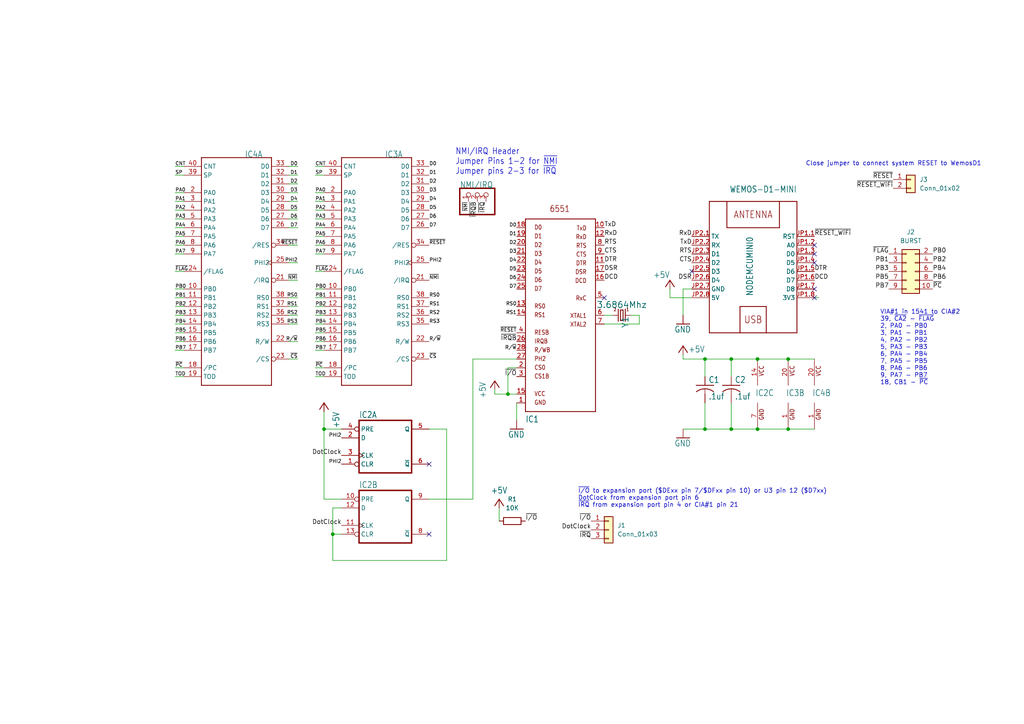
<source format=kicad_sch>
(kicad_sch (version 20211123) (generator eeschema)
  (paper "A4")
  (title_block (title "C128D Swift-L over CIA#2") (date "2022-12-13") (rev "B") (company "YTM Enterprises") (comment 1 "Maciej Witkowiak, <ytm@elysium.pl>"))
  (lib_symbols
    (symbol "Connector_Generic:Conn_01x02" (pin_names (offset 1.016) hide)
      (property "Reference" "J" (at 0 2.54 0))
      (property "Value" "Conn_01x02" (at 0 -5.08 0))
      (symbol "Conn_01x02_1_1"
        (rectangle (start -1.27 -2.413) (end 0 -2.667) (stroke (width 0.1524)))
        (rectangle (start -1.27 0.127) (end 0 -0.127) (stroke (width 0.1524)))
        (rectangle (start -1.27 1.27) (end 1.27 -3.81) (stroke (width 0.254)) (fill (type background)))
        (pin passive line (at -5.08 0 0) (length 3.81) (name "Pin_1") (number "1"))
        (pin passive line (at -5.08 -2.54 0) (length 3.81) (name "Pin_2") (number "2"))
      )
    )
    (symbol "Connector_Generic:Conn_01x03" (pin_names (offset 1.016) hide)
      (property "Reference" "J" (at 0 5.08 0))
      (property "Value" "Conn_01x03" (at 0 -5.08 0))
      (symbol "Conn_01x03_1_1"
        (rectangle (start -1.27 -2.413) (end 0 -2.667) (stroke (width 0.1524)))
        (rectangle (start -1.27 0.127) (end 0 -0.127) (stroke (width 0.1524)))
        (rectangle (start -1.27 2.667) (end 0 2.413) (stroke (width 0.1524)))
        (rectangle (start -1.27 3.81) (end 1.27 -3.81) (stroke (width 0.254)) (fill (type background)))
        (pin passive line (at -5.08 2.54 0) (length 3.81) (name "Pin_1") (number "1"))
        (pin passive line (at -5.08 0 0) (length 3.81) (name "Pin_2") (number "2"))
        (pin passive line (at -5.08 -2.54 0) (length 3.81) (name "Pin_3") (number "3"))
      )
    )
    (symbol "Connector_Generic:Conn_02x05_Odd_Even" (pin_names (offset 1.016) hide)
      (property "Reference" "J" (at 1.27 7.62 0))
      (property "Value" "Conn_02x05_Odd_Even" (at 1.27 -7.62 0))
      (symbol "Conn_02x05_Odd_Even_1_1"
        (rectangle (start -1.27 -4.953) (end 0 -5.207) (stroke (width 0.1524)))
        (rectangle (start -1.27 -2.413) (end 0 -2.667) (stroke (width 0.1524)))
        (rectangle (start -1.27 0.127) (end 0 -0.127) (stroke (width 0.1524)))
        (rectangle (start -1.27 2.667) (end 0 2.413) (stroke (width 0.1524)))
        (rectangle (start -1.27 5.207) (end 0 4.953) (stroke (width 0.1524)))
        (rectangle (start -1.27 6.35) (end 3.81 -6.35) (stroke (width 0.254)) (fill (type background)))
        (rectangle (start 3.81 -4.953) (end 2.54 -5.207) (stroke (width 0.1524)))
        (rectangle (start 3.81 -2.413) (end 2.54 -2.667) (stroke (width 0.1524)))
        (rectangle (start 3.81 0.127) (end 2.54 -0.127) (stroke (width 0.1524)))
        (rectangle (start 3.81 2.667) (end 2.54 2.413) (stroke (width 0.1524)))
        (rectangle (start 3.81 5.207) (end 2.54 4.953) (stroke (width 0.1524)))
        (pin passive line (at -5.08 5.08 0) (length 3.81) (name "Pin_1") (number "1"))
        (pin passive line (at 7.62 -5.08 180) (length 3.81) (name "Pin_10") (number "10"))
        (pin passive line (at 7.62 5.08 180) (length 3.81) (name "Pin_2") (number "2"))
        (pin passive line (at -5.08 2.54 0) (length 3.81) (name "Pin_3") (number "3"))
        (pin passive line (at 7.62 2.54 180) (length 3.81) (name "Pin_4") (number "4"))
        (pin passive line (at -5.08 0 0) (length 3.81) (name "Pin_5") (number "5"))
        (pin passive line (at 7.62 0 180) (length 3.81) (name "Pin_6") (number "6"))
        (pin passive line (at -5.08 -2.54 0) (length 3.81) (name "Pin_7") (number "7"))
        (pin passive line (at 7.62 -2.54 180) (length 3.81) (name "Pin_8") (number "8"))
        (pin passive line (at -5.08 -5.08 0) (length 3.81) (name "Pin_9") (number "9"))
      )
    )
    (symbol "Device:R" (pin_numbers hide) (pin_names (offset 0))
      (property "Reference" "R" (at 2.032 0 90))
      (property "Value" "R" (at 0 0 90))
      (symbol "R_0_1"
        (rectangle (start -1.016 -2.54) (end 1.016 2.54) (stroke (width 0.254)))
      )
      (symbol "R_1_1"
        (pin passive line (at 0 3.81 270) (length 1.27) (name "~") (number "1"))
        (pin passive line (at 0 -3.81 90) (length 1.27) (name "~") (number "2"))
      )
    )
    (symbol "Link232-wifi-eagle-import:+5V" (power)
      (property "Value" "+5V" (at -2.54 -5.08 90))
      (symbol "+5V_1_0"
        (polyline (pts (xy 0 0) (xy -1.27 -1.905)) (stroke (width 0.254)))
        (polyline (pts (xy 1.27 -1.905) (xy 0 0)) (stroke (width 0.254)))
        (pin power_in line (at 0 -2.54 90) (length 2.54) (name "+5V") (number "1"))
      )
    )
    (symbol "Link232-wifi-eagle-import:6526"
      (property "Reference" "IC" (at -0.635 -0.635 0))
      (symbol "6526_1_0"
        (polyline (pts (xy -10.16 -33.02) (xy -10.16 33.02)) (stroke (width 0.254)))
        (polyline (pts (xy -10.16 33.02) (xy 10.16 33.02)) (stroke (width 0.254)))
        (polyline (pts (xy 10.16 -33.02) (xy -10.16 -33.02)) (stroke (width 0.254)))
        (polyline (pts (xy 10.16 33.02) (xy 10.16 -33.02)) (stroke (width 0.254)))
        (pin bidirectional line (at 15.24 -5.08 180) (length 5.08) (name "PB0") (number "10"))
        (pin bidirectional line (at 15.24 -7.62 180) (length 5.08) (name "PB1") (number "11"))
        (pin bidirectional line (at 15.24 -10.16 180) (length 5.08) (name "PB2") (number "12"))
        (pin bidirectional line (at 15.24 -12.7 180) (length 5.08) (name "PB3") (number "13"))
        (pin bidirectional line (at 15.24 -15.24 180) (length 5.08) (name "PB4") (number "14"))
        (pin bidirectional line (at 15.24 -17.78 180) (length 5.08) (name "PB5") (number "15"))
        (pin bidirectional line (at 15.24 -20.32 180) (length 5.08) (name "PB6") (number "16"))
        (pin bidirectional line (at 15.24 -22.86 180) (length 5.08) (name "PB7") (number "17"))
        (pin bidirectional line (at 15.24 -27.94 180) (length 5.08) (name "/PC") (number "18"))
        (pin bidirectional line (at 15.24 -30.48 180) (length 5.08) (name "TOD") (number "19"))
        (pin bidirectional line (at 15.24 22.86 180) (length 5.08) (name "PA0") (number "2"))
        (pin open_collector inverted (at -15.24 -2.54 0) (length 5.08) (name "/IRQ") (number "21"))
        (pin input line (at -15.24 -20.32 0) (length 5.08) (name "R/W") (number "22"))
        (pin input inverted (at -15.24 -25.4 0) (length 5.08) (name "/CS") (number "23"))
        (pin input line (at 15.24 0 180) (length 5.08) (name "/FLAG") (number "24"))
        (pin input clock (at -15.24 2.54 0) (length 5.08) (name "PHI2") (number "25"))
        (pin bidirectional line (at -15.24 12.7 0) (length 5.08) (name "D7") (number "26"))
        (pin bidirectional line (at -15.24 15.24 0) (length 5.08) (name "D6") (number "27"))
        (pin bidirectional line (at -15.24 17.78 0) (length 5.08) (name "D5") (number "28"))
        (pin bidirectional line (at -15.24 20.32 0) (length 5.08) (name "D4") (number "29"))
        (pin bidirectional line (at 15.24 20.32 180) (length 5.08) (name "PA1") (number "3"))
        (pin bidirectional line (at -15.24 22.86 0) (length 5.08) (name "D3") (number "30"))
        (pin bidirectional line (at -15.24 25.4 0) (length 5.08) (name "D2") (number "31"))
        (pin bidirectional line (at -15.24 27.94 0) (length 5.08) (name "D1") (number "32"))
        (pin bidirectional line (at -15.24 30.48 0) (length 5.08) (name "D0") (number "33"))
        (pin input inverted (at -15.24 7.62 0) (length 5.08) (name "/RES") (number "34"))
        (pin input line (at -15.24 -15.24 0) (length 5.08) (name "RS3") (number "35"))
        (pin input line (at -15.24 -12.7 0) (length 5.08) (name "RS2") (number "36"))
        (pin input line (at -15.24 -10.16 0) (length 5.08) (name "RS1") (number "37"))
        (pin input line (at -15.24 -7.62 0) (length 5.08) (name "RS0") (number "38"))
        (pin bidirectional line (at 15.24 27.94 180) (length 5.08) (name "SP") (number "39"))
        (pin bidirectional line (at 15.24 17.78 180) (length 5.08) (name "PA2") (number "4"))
        (pin input line (at 15.24 30.48 180) (length 5.08) (name "CNT") (number "40"))
        (pin bidirectional line (at 15.24 15.24 180) (length 5.08) (name "PA3") (number "5"))
        (pin bidirectional line (at 15.24 12.7 180) (length 5.08) (name "PA4") (number "6"))
        (pin bidirectional line (at 15.24 10.16 180) (length 5.08) (name "PA5") (number "7"))
        (pin bidirectional line (at 15.24 7.62 180) (length 5.08) (name "PA6") (number "8"))
        (pin bidirectional line (at 15.24 5.08 180) (length 5.08) (name "PA7") (number "9"))
      )
      (symbol "6526_2_0"
        (text "GND" (at 1.905 -7.62 900) (effects (font (size 1.27 1.0795)) (justify left bottom)))
        (text "VCC" (at 1.905 5.08 900) (effects (font (size 1.27 1.0795)) (justify left bottom)))
        (pin power_in line (at 0 -10.16 90) (length 7.62) (name "GND") (number "1"))
        (pin power_in line (at 0 10.16 270) (length 7.62) (name "VCC") (number "20"))
      )
    )
    (symbol "Link232-wifi-eagle-import:6551"
      (property "Reference" "IC" (at -5.08 -41.275 0))
      (symbol "6551_1_0"
        (polyline (pts (xy -5.08 -38.1) (xy 15.24 -38.1)) (stroke (width 0.254)))
        (polyline (pts (xy -5.08 17.78) (xy -5.08 -38.1)) (stroke (width 0.254)))
        (polyline (pts (xy -5.08 17.78) (xy 15.24 17.78)) (stroke (width 0.254)))
        (polyline (pts (xy 15.24 -38.1) (xy 15.24 17.78)) (stroke (width 0.254)))
        (text "6551" (at 1.905 19.685 0) (effects (font (size 1.778 1.5113)) (justify left bottom)))
        (text "CS0" (at -2.54 -26.035 0) (effects (font (size 1.27 1.0795)) (justify left bottom)))
        (text "CS1B" (at -2.54 -28.575 0) (effects (font (size 1.27 1.0795)) (justify left bottom)))
        (text "CTS" (at 12.7 8.255 0) (effects (font (size 1.27 1.0795)) (justify right top)))
        (text "D0" (at -2.54 14.605 0) (effects (font (size 1.27 1.0795)) (justify left bottom)))
        (text "D1" (at -2.54 12.065 0) (effects (font (size 1.27 1.0795)) (justify left bottom)))
        (text "D2" (at -2.54 9.525 0) (effects (font (size 1.27 1.0795)) (justify left bottom)))
        (text "D3" (at -2.54 6.985 0) (effects (font (size 1.27 1.0795)) (justify left bottom)))
        (text "D4" (at -2.54 4.445 0) (effects (font (size 1.27 1.0795)) (justify left bottom)))
        (text "D5" (at -2.54 1.905 0) (effects (font (size 1.27 1.0795)) (justify left bottom)))
        (text "D6" (at -2.54 -0.635 0) (effects (font (size 1.27 1.0795)) (justify left bottom)))
        (text "D7" (at -2.54 -3.175 0) (effects (font (size 1.27 1.0795)) (justify left bottom)))
        (text "DCD" (at 12.7 0.635 0) (effects (font (size 1.27 1.0795)) (justify right top)))
        (text "DSR" (at 12.7 3.175 0) (effects (font (size 1.27 1.0795)) (justify right top)))
        (text "DTR" (at 12.7 5.715 0) (effects (font (size 1.27 1.0795)) (justify right top)))
        (text "GND" (at -2.54 -36.195 0) (effects (font (size 1.27 1.0795)) (justify left bottom)))
        (text "IRQB" (at -2.54 -18.415 0) (effects (font (size 1.27 1.0795)) (justify left bottom)))
        (text "PH2" (at -2.54 -23.495 0) (effects (font (size 1.27 1.0795)) (justify left bottom)))
        (text "R/WB" (at -2.54 -20.955 0) (effects (font (size 1.27 1.0795)) (justify left bottom)))
        (text "RESB" (at -2.54 -15.875 0) (effects (font (size 1.27 1.0795)) (justify left bottom)))
        (text "RS0" (at -2.54 -8.255 0) (effects (font (size 1.27 1.0795)) (justify left bottom)))
        (text "RS1" (at -2.54 -10.795 0) (effects (font (size 1.27 1.0795)) (justify left bottom)))
        (text "RTS" (at 12.7 10.795 0) (effects (font (size 1.27 1.0795)) (justify right top)))
        (text "RxC" (at 12.7 -4.445 0) (effects (font (size 1.27 1.0795)) (justify right top)))
        (text "RxD" (at 12.7 13.335 0) (effects (font (size 1.27 1.0795)) (justify right top)))
        (text "TxD" (at 12.7 15.875 0) (effects (font (size 1.27 1.0795)) (justify right top)))
        (text "VCC" (at -2.54 -33.655 0) (effects (font (size 1.27 1.0795)) (justify left bottom)))
        (text "XTAL1" (at 12.7 -9.525 0) (effects (font (size 1.27 1.0795)) (justify right top)))
        (text "XTAL2" (at 12.7 -12.065 0) (effects (font (size 1.27 1.0795)) (justify right top)))
        (pin passive line (at -7.62 -35.56 0) (length 2.54) (name "1") (number "1"))
        (pin passive line (at 17.78 15.24 180) (length 2.54) (name "10") (number "10"))
        (pin passive line (at 17.78 5.08 180) (length 2.54) (name "11") (number "11"))
        (pin passive line (at 17.78 12.7 180) (length 2.54) (name "12") (number "12"))
        (pin passive line (at -7.62 -7.62 0) (length 2.54) (name "13") (number "13"))
        (pin passive line (at -7.62 -10.16 0) (length 2.54) (name "14") (number "14"))
        (pin passive line (at -7.62 -33.02 0) (length 2.54) (name "15") (number "15"))
        (pin passive line (at 17.78 0 180) (length 2.54) (name "16") (number "16"))
        (pin passive line (at 17.78 2.54 180) (length 2.54) (name "17") (number "17"))
        (pin passive line (at -7.62 15.24 0) (length 2.54) (name "18") (number "18"))
        (pin passive line (at -7.62 12.7 0) (length 2.54) (name "19") (number "19"))
        (pin passive line (at -7.62 -25.4 0) (length 2.54) (name "2") (number "2"))
        (pin passive line (at -7.62 10.16 0) (length 2.54) (name "20") (number "20"))
        (pin passive line (at -7.62 7.62 0) (length 2.54) (name "21") (number "21"))
        (pin passive line (at -7.62 5.08 0) (length 2.54) (name "22") (number "22"))
        (pin passive line (at -7.62 2.54 0) (length 2.54) (name "23") (number "23"))
        (pin passive line (at -7.62 0 0) (length 2.54) (name "24") (number "24"))
        (pin passive line (at -7.62 -2.54 0) (length 2.54) (name "25") (number "25"))
        (pin passive line (at -7.62 -17.78 0) (length 2.54) (name "26") (number "26"))
        (pin passive line (at -7.62 -22.86 0) (length 2.54) (name "27") (number "27"))
        (pin passive line (at -7.62 -20.32 0) (length 2.54) (name "28") (number "28"))
        (pin passive line (at -7.62 -27.94 0) (length 2.54) (name "3") (number "3"))
        (pin passive line (at -7.62 -15.24 0) (length 2.54) (name "4") (number "4"))
        (pin passive line (at 17.78 -5.08 180) (length 2.54) (name "5") (number "5"))
        (pin passive line (at 17.78 -10.16 180) (length 2.54) (name "6") (number "6"))
        (pin passive line (at 17.78 -12.7 180) (length 2.54) (name "7") (number "7"))
        (pin passive line (at 17.78 10.16 180) (length 2.54) (name "8") (number "8"))
        (pin passive line (at 17.78 7.62 180) (length 2.54) (name "9") (number "9"))
      )
    )
    (symbol "Link232-wifi-eagle-import:7474N"
      (property "Reference" "IC" (at -0.635 -0.635 0))
      (symbol "7474N_1_0"
        (polyline (pts (xy -7.62 -7.62) (xy 7.62 -7.62)) (stroke (width 0.4064)))
        (polyline (pts (xy -7.62 7.62) (xy -7.62 -7.62)) (stroke (width 0.4064)))
        (polyline (pts (xy 7.62 -7.62) (xy 7.62 7.62)) (stroke (width 0.4064)))
        (polyline (pts (xy 7.62 7.62) (xy -7.62 7.62)) (stroke (width 0.4064)))
        (pin input inverted (at -12.7 -5.08 0) (length 5.08) (name "CLR") (number "1"))
        (pin input line (at -12.7 2.54 0) (length 5.08) (name "D") (number "2"))
        (pin input clock (at -12.7 -2.54 0) (length 5.08) (name "CLK") (number "3"))
        (pin input inverted (at -12.7 5.08 0) (length 5.08) (name "PRE") (number "4"))
        (pin output line (at 12.7 5.08 180) (length 5.08) (name "Q") (number "5"))
        (pin output line (at 12.7 -5.08 180) (length 5.08) (name "~{Q}") (number "6"))
      )
      (symbol "7474N_2_0"
        (polyline (pts (xy -7.62 -7.62) (xy 7.62 -7.62)) (stroke (width 0.4064)))
        (polyline (pts (xy -7.62 7.62) (xy -7.62 -7.62)) (stroke (width 0.4064)))
        (polyline (pts (xy 7.62 -7.62) (xy 7.62 7.62)) (stroke (width 0.4064)))
        (polyline (pts (xy 7.62 7.62) (xy -7.62 7.62)) (stroke (width 0.4064)))
        (pin input inverted (at -12.7 5.08 0) (length 5.08) (name "PRE") (number "10"))
        (pin input clock (at -12.7 -2.54 0) (length 5.08) (name "CLK") (number "11"))
        (pin input line (at -12.7 2.54 0) (length 5.08) (name "D") (number "12"))
        (pin input inverted (at -12.7 -5.08 0) (length 5.08) (name "CLR") (number "13"))
        (pin output line (at 12.7 -5.08 180) (length 5.08) (name "~{Q}") (number "8"))
        (pin output line (at 12.7 5.08 180) (length 5.08) (name "Q") (number "9"))
      )
      (symbol "7474N_3_0"
        (text "GND" (at 1.905 -7.62 900) (effects (font (size 1.27 1.0795)) (justify left bottom)))
        (text "VCC" (at 1.905 5.08 900) (effects (font (size 1.27 1.0795)) (justify left bottom)))
        (pin power_in line (at 0 10.16 270) (length 7.62) (name "VCC") (number "14"))
        (pin power_in line (at 0 -10.16 90) (length 7.62) (name "GND") (number "7"))
      )
    )
    (symbol "Link232-wifi-eagle-import:C-US050-024X044"
      (property "Reference" "C" (at 1.016 0.635 0))
      (property "Value" "C-US050-024X044" (at 1.016 -4.191 0))
      (symbol "C-US050-024X044_1_0"
        (arc (start 0 -1.0161) (mid -1.302 -1.2303) (end -2.4668 -1.8504) (stroke (width 0.254)))
        (polyline (pts (xy -2.54 0) (xy 2.54 0)) (stroke (width 0.254)))
        (polyline (pts (xy 0 -1.016) (xy 0 -2.54)) (stroke (width 0.1524)))
        (arc (start 2.4892 -1.8542) (mid 1.3158 -1.2195) (end 0 -1) (stroke (width 0.254)))
        (pin passive line (at 0 2.54 270) (length 2.54) (name "1") (number "1"))
        (pin passive line (at 0 -5.08 90) (length 2.54) (name "2") (number "2"))
      )
    )
    (symbol "Link232-wifi-eagle-import:CRYSTALPTH-HC49US"
      (property "Reference" "Y" (at 0 2.032 0))
      (property "Value" "CRYSTALPTH-HC49US" (at 0 -2.032 0))
      (symbol "CRYSTALPTH-HC49US_1_0"
        (polyline (pts (xy -2.54 0) (xy -1.016 0)) (stroke (width 0.1524)))
        (polyline (pts (xy -1.016 1.778) (xy -1.016 -1.778)) (stroke (width 0.254)))
        (polyline (pts (xy -0.381 -1.524) (xy 0.381 -1.524)) (stroke (width 0.254)))
        (polyline (pts (xy -0.381 1.524) (xy -0.381 -1.524)) (stroke (width 0.254)))
        (polyline (pts (xy 0.381 -1.524) (xy 0.381 1.524)) (stroke (width 0.254)))
        (polyline (pts (xy 0.381 1.524) (xy -0.381 1.524)) (stroke (width 0.254)))
        (polyline (pts (xy 1.016 0) (xy 2.54 0)) (stroke (width 0.1524)))
        (polyline (pts (xy 1.016 1.778) (xy 1.016 -1.778)) (stroke (width 0.254)))
        (text "1" (at -2.159 -1.143 0) (effects (font (size 0.8636 0.734)) (justify left bottom)))
        (text "2" (at 1.524 -1.143 0) (effects (font (size 0.8636 0.734)) (justify left bottom)))
        (pin passive line (at -2.54 0 0) (length 0) (name "1") (number "1"))
        (pin passive line (at 2.54 0 180) (length 0) (name "2") (number "2"))
      )
    )
    (symbol "Link232-wifi-eagle-import:GND" (power)
      (property "Value" "GND" (at -2.54 -2.54 0))
      (symbol "GND_1_0"
        (polyline (pts (xy -1.905 0) (xy 1.905 0)) (stroke (width 0.254)))
        (pin power_in line (at 0 2.54 270) (length 2.54) (name "GND") (number "1"))
      )
    )
    (symbol "Link232-wifi-eagle-import:PINHD-1X3"
      (property "Reference" "JP" (at -6.35 5.715 0))
      (property "Value" "PINHD-1X3" (at -6.35 -7.62 0))
      (symbol "PINHD-1X3_1_0"
        (polyline (pts (xy -6.35 -5.08) (xy 1.27 -5.08)) (stroke (width 0.4064)))
        (polyline (pts (xy -6.35 5.08) (xy -6.35 -5.08)) (stroke (width 0.4064)))
        (polyline (pts (xy 1.27 -5.08) (xy 1.27 5.08)) (stroke (width 0.4064)))
        (polyline (pts (xy 1.27 5.08) (xy -6.35 5.08)) (stroke (width 0.4064)))
        (pin passive inverted (at -2.54 2.54 0) (length 2.54) (name "1") (number "1"))
        (pin passive inverted (at -2.54 0 0) (length 2.54) (name "2") (number "2"))
        (pin passive inverted (at -2.54 -2.54 0) (length 2.54) (name "3") (number "3"))
      )
    )
    (symbol "Link232-wifi-eagle-import:WEMOS-D1-MINI"
      (property "Value" "WEMOS-D1-MINI" (at -12.7 22.86 0))
      (symbol "WEMOS-D1-MINI_1_0"
        (polyline (pts (xy -12.7 -17.78) (xy -12.7 20.32)) (stroke (width 0.254)))
        (polyline (pts (xy -12.7 20.32) (xy -7.62 20.32)) (stroke (width 0.254)))
        (polyline (pts (xy -7.62 12.7) (xy 7.62 12.7)) (stroke (width 0.254)))
        (polyline (pts (xy -7.62 20.32) (xy -7.62 12.7)) (stroke (width 0.254)))
        (polyline (pts (xy -7.62 20.32) (xy 7.62 20.32)) (stroke (width 0.254)))
        (polyline (pts (xy -3.81 -17.78) (xy -12.7 -17.78)) (stroke (width 0.254)))
        (polyline (pts (xy -3.81 -17.78) (xy -3.81 -10.16)) (stroke (width 0.254)))
        (polyline (pts (xy -3.81 -10.16) (xy 3.81 -10.16)) (stroke (width 0.254)))
        (polyline (pts (xy 3.81 -17.78) (xy -3.81 -17.78)) (stroke (width 0.254)))
        (polyline (pts (xy 3.81 -10.16) (xy 3.81 -17.78)) (stroke (width 0.254)))
        (polyline (pts (xy 7.62 12.7) (xy 7.62 20.32)) (stroke (width 0.254)))
        (polyline (pts (xy 7.62 20.32) (xy 12.7 20.32)) (stroke (width 0.254)))
        (polyline (pts (xy 12.7 -17.78) (xy 3.81 -17.78)) (stroke (width 0.254)))
        (polyline (pts (xy 12.7 20.32) (xy 12.7 -17.78)) (stroke (width 0.254)))
        (text "ANTENNA" (at 0 16.51 0) (effects (font (size 2.032 1.7272))))
        (text "USB" (at 0 -13.97 0) (effects (font (size 2.032 1.7272))))
        (pin bidirectional line (at -17.78 10.16 0) (length 5.08) (name "RST") (number "JP1.1"))
        (pin bidirectional line (at -17.78 7.62 0) (length 5.08) (name "A0") (number "JP1.2"))
        (pin bidirectional line (at -17.78 5.08 0) (length 5.08) (name "D0") (number "JP1.3"))
        (pin bidirectional line (at -17.78 2.54 0) (length 5.08) (name "D5") (number "JP1.4"))
        (pin bidirectional line (at -17.78 0 0) (length 5.08) (name "D6") (number "JP1.5"))
        (pin bidirectional line (at -17.78 -2.54 0) (length 5.08) (name "D7") (number "JP1.6"))
        (pin bidirectional line (at -17.78 -5.08 0) (length 5.08) (name "D8") (number "JP1.7"))
        (pin power_in line (at -17.78 -7.62 0) (length 5.08) (name "3V3") (number "JP1.8"))
        (pin bidirectional line (at 17.78 10.16 180) (length 5.08) (name "TX") (number "JP2.1"))
        (pin bidirectional line (at 17.78 7.62 180) (length 5.08) (name "RX") (number "JP2.2"))
        (pin bidirectional line (at 17.78 5.08 180) (length 5.08) (name "D1") (number "JP2.3"))
        (pin bidirectional line (at 17.78 2.54 180) (length 5.08) (name "D2") (number "JP2.4"))
        (pin bidirectional line (at 17.78 0 180) (length 5.08) (name "D3") (number "JP2.5"))
        (pin bidirectional line (at 17.78 -2.54 180) (length 5.08) (name "D4") (number "JP2.6"))
        (pin power_in line (at 17.78 -5.08 180) (length 5.08) (name "GND") (number "JP2.7"))
        (pin power_in line (at 17.78 -7.62 180) (length 5.08) (name "5V") (number "JP2.8"))
      )
    )
  )
  (junction (at 147.32 114.3))
  (junction (at 93.98 124.46))
  (junction (at 219.71 124.46))
  (junction (at 204.47 124.46))
  (junction (at 212.09 124.46))
  (junction (at 212.09 104.14))
  (junction (at 96.52 154.94))
  (junction (at 219.71 104.14))
  (junction (at 204.47 104.14))
  (junction (at 228.6 124.46))
  (junction (at 228.6 104.14))
  (no_connect (at 236.22 86.36))
  (no_connect (at 175.26 86.36))
  (no_connect (at 200.66 78.74))
  (no_connect (at 236.22 83.82))
  (no_connect (at 236.22 73.66))
  (no_connect (at 236.22 76.2))
  (no_connect (at 236.22 71.12))
  (no_connect (at 124.46 154.94))
  (no_connect (at 124.46 134.62))
  (wire (pts (xy 137.16 144.78) (xy 137.16 104.14)))
  (wire (pts (xy 93.98 124.46) (xy 93.98 144.78)))
  (wire (pts (xy 129.54 162.56) (xy 129.54 124.46)))
  (wire (pts (xy 200.66 86.36) (xy 194.31 86.36)))
  (wire (pts (xy 53.34 93.98) (xy 50.8 93.98)))
  (wire (pts (xy 96.52 147.32) (xy 96.52 154.94)))
  (wire (pts (xy 83.82 99.06) (xy 86.36 99.06)))
  (wire (pts (xy 93.98 83.82) (xy 91.44 83.82)))
  (wire (pts (xy 185.42 91.44) (xy 182.88 91.44)))
  (wire (pts (xy 124.46 144.78) (xy 137.16 144.78)))
  (wire (pts (xy 212.09 124.46) (xy 204.47 124.46)))
  (wire (pts (xy 53.34 78.74) (xy 50.8 78.74)))
  (wire (pts (xy 53.34 96.52) (xy 50.8 96.52)))
  (wire (pts (xy 219.71 104.14) (xy 228.6 104.14)))
  (wire (pts (xy 204.47 124.46) (xy 204.47 116.84)))
  (wire (pts (xy 228.6 124.46) (xy 236.22 124.46)))
  (wire (pts (xy 212.09 104.14) (xy 212.09 109.22)))
  (wire (pts (xy 53.34 86.36) (xy 50.8 86.36)))
  (wire (pts (xy 93.98 50.8) (xy 91.44 50.8)))
  (wire (pts (xy 53.34 48.26) (xy 50.8 48.26)))
  (wire (pts (xy 149.86 106.68) (xy 147.32 106.68)))
  (wire (pts (xy 93.98 63.5) (xy 91.44 63.5)))
  (wire (pts (xy 83.82 53.34) (xy 86.36 53.34)))
  (wire (pts (xy 143.51 114.3) (xy 143.51 113.03)))
  (wire (pts (xy 83.82 71.12) (xy 86.36 71.12)))
  (wire (pts (xy 212.09 104.14) (xy 219.71 104.14)))
  (wire (pts (xy 147.32 114.3) (xy 143.51 114.3)))
  (wire (pts (xy 219.71 124.46) (xy 228.6 124.46)))
  (wire (pts (xy 99.06 154.94) (xy 96.52 154.94)))
  (wire (pts (xy 137.16 104.14) (xy 149.86 104.14)))
  (wire (pts (xy 83.82 76.2) (xy 86.36 76.2)))
  (wire (pts (xy 237.49 86.36) (xy 236.22 86.36)))
  (wire (pts (xy 96.52 154.94) (xy 96.52 162.56)))
  (wire (pts (xy 53.34 63.5) (xy 50.8 63.5)))
  (wire (pts (xy 93.98 119.38) (xy 93.98 124.46)))
  (wire (pts (xy 93.98 124.46) (xy 99.06 124.46)))
  (wire (pts (xy 53.34 68.58) (xy 50.8 68.58)))
  (wire (pts (xy 93.98 88.9) (xy 91.44 88.9)))
  (wire (pts (xy 93.98 71.12) (xy 91.44 71.12)))
  (wire (pts (xy 144.78 147.32) (xy 144.78 151.13)))
  (wire (pts (xy 149.86 114.3) (xy 147.32 114.3)))
  (wire (pts (xy 93.98 86.36) (xy 91.44 86.36)))
  (wire (pts (xy 200.66 83.82) (xy 198.12 83.82)))
  (wire (pts (xy 93.98 55.88) (xy 91.44 55.88)))
  (wire (pts (xy 83.82 81.28) (xy 86.36 81.28)))
  (wire (pts (xy 175.26 91.44) (xy 177.8 91.44)))
  (wire (pts (xy 204.47 104.14) (xy 198.12 104.14)))
  (wire (pts (xy 83.82 60.96) (xy 86.36 60.96)))
  (wire (pts (xy 129.54 124.46) (xy 124.46 124.46)))
  (wire (pts (xy 194.31 86.36) (xy 194.31 83.82)))
  (wire (pts (xy 53.34 101.6) (xy 50.8 101.6)))
  (wire (pts (xy 93.98 48.26) (xy 91.44 48.26)))
  (wire (pts (xy 53.34 99.06) (xy 50.8 99.06)))
  (wire (pts (xy 198.12 83.82) (xy 198.12 91.44)))
  (wire (pts (xy 83.82 91.44) (xy 86.36 91.44)))
  (wire (pts (xy 53.34 66.04) (xy 50.8 66.04)))
  (wire (pts (xy 53.34 58.42) (xy 50.8 58.42)))
  (wire (pts (xy 83.82 93.98) (xy 86.36 93.98)))
  (wire (pts (xy 219.71 124.46) (xy 212.09 124.46)))
  (wire (pts (xy 83.82 55.88) (xy 86.36 55.88)))
  (wire (pts (xy 83.82 48.26) (xy 86.36 48.26)))
  (wire (pts (xy 83.82 86.36) (xy 86.36 86.36)))
  (wire (pts (xy 198.12 124.46) (xy 204.47 124.46)))
  (wire (pts (xy 53.34 109.22) (xy 50.8 109.22)))
  (wire (pts (xy 93.98 58.42) (xy 91.44 58.42)))
  (wire (pts (xy 93.98 99.06) (xy 91.44 99.06)))
  (wire (pts (xy 93.98 68.58) (xy 91.44 68.58)))
  (wire (pts (xy 93.98 96.52) (xy 91.44 96.52)))
  (wire (pts (xy 53.34 60.96) (xy 50.8 60.96)))
  (wire (pts (xy 83.82 88.9) (xy 86.36 88.9)))
  (wire (pts (xy 149.86 116.84) (xy 149.86 121.92)))
  (wire (pts (xy 185.42 93.98) (xy 185.42 91.44)))
  (wire (pts (xy 93.98 91.44) (xy 91.44 91.44)))
  (wire (pts (xy 53.34 73.66) (xy 50.8 73.66)))
  (wire (pts (xy 83.82 104.14) (xy 86.36 104.14)))
  (wire (pts (xy 53.34 55.88) (xy 50.8 55.88)))
  (wire (pts (xy 228.6 104.14) (xy 236.22 104.14)))
  (wire (pts (xy 93.98 60.96) (xy 91.44 60.96)))
  (wire (pts (xy 93.98 66.04) (xy 91.44 66.04)))
  (wire (pts (xy 204.47 104.14) (xy 212.09 104.14)))
  (wire (pts (xy 53.34 91.44) (xy 50.8 91.44)))
  (wire (pts (xy 53.34 88.9) (xy 50.8 88.9)))
  (wire (pts (xy 93.98 109.22) (xy 91.44 109.22)))
  (wire (pts (xy 83.82 50.8) (xy 86.36 50.8)))
  (wire (pts (xy 198.12 104.14) (xy 198.12 102.87)))
  (wire (pts (xy 212.09 124.46) (xy 212.09 116.84)))
  (wire (pts (xy 83.82 58.42) (xy 86.36 58.42)))
  (wire (pts (xy 96.52 162.56) (xy 129.54 162.56)))
  (wire (pts (xy 93.98 106.68) (xy 91.44 106.68)))
  (wire (pts (xy 53.34 50.8) (xy 50.8 50.8)))
  (wire (pts (xy 93.98 101.6) (xy 91.44 101.6)))
  (wire (pts (xy 83.82 63.5) (xy 86.36 63.5)))
  (wire (pts (xy 99.06 147.32) (xy 96.52 147.32)))
  (wire (pts (xy 93.98 73.66) (xy 91.44 73.66)))
  (wire (pts (xy 147.32 106.68) (xy 147.32 114.3)))
  (wire (pts (xy 53.34 83.82) (xy 50.8 83.82)))
  (wire (pts (xy 83.82 66.04) (xy 86.36 66.04)))
  (wire (pts (xy 175.26 93.98) (xy 185.42 93.98)))
  (wire (pts (xy 93.98 144.78) (xy 99.06 144.78)))
  (wire (pts (xy 53.34 106.68) (xy 50.8 106.68)))
  (wire (pts (xy 93.98 78.74) (xy 91.44 78.74)))
  (wire (pts (xy 53.34 71.12) (xy 50.8 71.12)))
  (wire (pts (xy 93.98 93.98) (xy 91.44 93.98)))
  (wire (pts (xy 204.47 104.14) (xy 204.47 109.22)))
  (text "NMI/IRQ Header\nJumper Pins 1-2 for ~{NMI}\nJumper pins 2-3 for ~{IRQ}\n" (at 132.08 50.8 0) (effects (font (size 1.778 1.5113)) (justify left bottom)))
  (text "Close jumper to connect system RESET to WemosD1" (at 233.68 48.26 0) (effects (font (size 1.27 1.27)) (justify left bottom)))
  (text "~{I/O} to expansion port ($DExx pin 7/$DFxx pin 10) or U3 pin 12 ($D7xx)\nDotClock from expansion port pin 6\n~{IRQ} from expansion port pin 4 or CIA#1 pin 21" (at 167.64 147.32 0) (effects (font (size 1.27 1.27)) (justify left bottom)))
  (text "VIA#1 in 1541 to CIA#2\n39, ~{CA2} - ~{FLAG}\n2, PA0 - PB0\n3, PA1 - PB1\n4, PA2 - PB2\n5, PA3 - PB3\n6, PA4 - PB4\n7, PA5 - PB5\n8, PA6 - PB6\n9, PA7 - PB7\n18, CB1 - ~{PC}\n" (at 255.27 111.76 0) (effects (font (size 1.27 1.27)) (justify left bottom)))
  (label "RS1" (at 149.86 91.44 180) (effects (font (size 1.016 1.016))))
  (label "PA6" (at 50.8 71.12 0) (effects (font (size 1.016 1.016))))
  (label "PB7" (at 257.81 83.82 180))
  (label "D4" (at 124.46 58.42 0) (effects (font (size 1.016 1.016))))
  (label "~{IRQB}" (at 149.86 99.06 180))
  (label "RS1" (at 124.46 88.9 0) (effects (font (size 1.016 1.016))))
  (label "RS3" (at 86.36 93.98 180) (effects (font (size 1.016 1.016))))
  (label "PB3" (at 257.81 78.74 180))
  (label "PB5" (at 257.81 81.28 180))
  (label "PB2" (at 270.51 76.2 0))
  (label "PB4" (at 50.8 93.98 0) (effects (font (size 1.016 1.016))))
  (label "PB4" (at 91.44 93.98 0) (effects (font (size 1.016 1.016))))
  (label "D1" (at 86.36 50.8 180) (effects (font (size 1.016 1.016))))
  (label "RS2" (at 86.36 91.44 180) (effects (font (size 1.016 1.016))))
  (label "PB0" (at 91.44 83.82 0) (effects (font (size 1.016 1.016))))
  (label "PHI2" (at 124.46 76.2 0) (effects (font (size 1.016 1.016))))
  (label "DotClock" (at 99.06 152.4 180))
  (label "RS2" (at 124.46 91.44 0) (effects (font (size 1.016 1.016))))
  (label "D7" (at 149.86 83.82 180) (effects (font (size 1.016 1.016))))
  (label "PHI2" (at 99.06 127 180) (effects (font (size 1.016 1.016))))
  (label "D5" (at 124.46 60.96 0) (effects (font (size 1.016 1.016))))
  (label "DCD" (at 175.26 81.28 0))
  (label "CTS" (at 175.26 73.66 0))
  (label "PA1" (at 50.8 58.42 0) (effects (font (size 1.016 1.016))))
  (label "PB1" (at 257.81 76.2 180))
  (label "RTS" (at 175.26 71.12 0))
  (label "~{RESET_WiFi}" (at 259.08 54.61 180))
  (label "RS1" (at 86.36 88.9 180) (effects (font (size 1.016 1.016))))
  (label "D4" (at 149.86 76.2 180) (effects (font (size 1.016 1.016))))
  (label "CNT" (at 91.44 48.26 0) (effects (font (size 1.016 1.016))))
  (label "PA5" (at 50.8 68.58 0) (effects (font (size 1.016 1.016))))
  (label "D2" (at 86.36 53.34 180) (effects (font (size 1.016 1.016))))
  (label "SP" (at 50.8 50.8 0) (effects (font (size 1.016 1.016))))
  (label "PA1" (at 91.44 58.42 0) (effects (font (size 1.016 1.016))))
  (label "D0" (at 149.86 66.04 180) (effects (font (size 1.016 1.016))))
  (label "R{slash}~{W}" (at 149.86 101.6 180) (effects (font (size 1.016 1.016))))
  (label "PB5" (at 50.8 96.52 0) (effects (font (size 1.016 1.016))))
  (label "CNT" (at 50.8 48.26 0) (effects (font (size 1.016 1.016))))
  (label "D2" (at 124.46 53.34 0) (effects (font (size 1.016 1.016))))
  (label "CTS" (at 200.66 76.2 180))
  (label "SP" (at 91.44 50.8 0) (effects (font (size 1.016 1.016))))
  (label "PA5" (at 91.44 68.58 0) (effects (font (size 1.016 1.016))))
  (label "PB2" (at 50.8 88.9 0) (effects (font (size 1.016 1.016))))
  (label "DTR" (at 175.26 76.2 0))
  (label "PA2" (at 50.8 60.96 0) (effects (font (size 1.016 1.016))))
  (label "D0" (at 86.36 48.26 180) (effects (font (size 1.016 1.016))))
  (label "D5" (at 86.36 60.96 180) (effects (font (size 1.016 1.016))))
  (label "~{IRQ}" (at 171.45 156.21 180))
  (label "R{slash}~{W}" (at 124.46 99.06 0) (effects (font (size 1.016 1.016))))
  (label "PB4" (at 270.51 78.74 0))
  (label "D0" (at 124.46 48.26 0) (effects (font (size 1.016 1.016))))
  (label "DCD" (at 236.22 81.28 0))
  (label "DotClock" (at 99.06 132.08 180))
  (label "D7" (at 86.36 66.04 180) (effects (font (size 1.016 1.016))))
  (label "PA7" (at 91.44 73.66 0) (effects (font (size 1.016 1.016))))
  (label "DotClock" (at 171.45 153.67 180))
  (label "PB7" (at 91.44 101.6 0) (effects (font (size 1.016 1.016))))
  (label "PHI2" (at 86.36 76.2 180) (effects (font (size 1.016 1.016))))
  (label "PA0" (at 91.44 55.88 0) (effects (font (size 1.016 1.016))))
  (label "~{PC}" (at 50.8 106.68 0) (effects (font (size 1.016 1.016))))
  (label "DTR" (at 236.22 78.74 0))
  (label "D5" (at 149.86 78.74 180) (effects (font (size 1.016 1.016))))
  (label "~{NMI}" (at 135.89 58.42 270) (effects (font (size 1.016 1.016))))
  (label "PA4" (at 50.8 66.04 0) (effects (font (size 1.016 1.016))))
  (label "PA4" (at 91.44 66.04 0) (effects (font (size 1.016 1.016))))
  (label "TOD" (at 50.8 109.22 0) (effects (font (size 1.016 1.016))))
  (label "RxD" (at 200.66 68.58 180))
  (label "PB5" (at 91.44 96.52 0) (effects (font (size 1.016 1.016))))
  (label "PB6" (at 91.44 99.06 0) (effects (font (size 1.016 1.016))))
  (label "~{I{slash}O}" (at 149.86 109.22 180))
  (label "D7" (at 124.46 66.04 0) (effects (font (size 1.016 1.016))))
  (label "PB3" (at 50.8 91.44 0) (effects (font (size 1.016 1.016))))
  (label "D6" (at 86.36 63.5 180) (effects (font (size 1.016 1.016))))
  (label "RS0" (at 86.36 86.36 180) (effects (font (size 1.016 1.016))))
  (label "~{RESET}" (at 259.08 52.07 180))
  (label "PA7" (at 50.8 73.66 0) (effects (font (size 1.016 1.016))))
  (label "~{RESET}" (at 149.86 96.52 180) (effects (font (size 1.016 1.016))))
  (label "D3" (at 86.36 55.88 180) (effects (font (size 1.016 1.016))))
  (label "PB1" (at 50.8 86.36 0) (effects (font (size 1.016 1.016))))
  (label "RS3" (at 124.46 93.98 0) (effects (font (size 1.016 1.016))))
  (label "PB7" (at 50.8 101.6 0) (effects (font (size 1.016 1.016))))
  (label "~{FLAG}" (at 50.8 78.74 0) (effects (font (size 1.016 1.016))))
  (label "~{NMI}" (at 86.36 81.28 180) (effects (font (size 1.016 1.016))))
  (label "~{I{slash}O}" (at 152.4 151.13 0))
  (label "TOD" (at 91.44 109.22 0) (effects (font (size 1.016 1.016))))
  (label "RTS" (at 200.66 73.66 180))
  (label "PB0" (at 50.8 83.82 0) (effects (font (size 1.016 1.016))))
  (label "TxD" (at 200.66 71.12 180))
  (label "PB1" (at 91.44 86.36 0) (effects (font (size 1.016 1.016))))
  (label "TxD" (at 175.26 66.04 0))
  (label "PA3" (at 91.44 63.5 0) (effects (font (size 1.016 1.016))))
  (label "~{NMI}" (at 124.46 81.28 0) (effects (font (size 1.016 1.016))))
  (label "D2" (at 149.86 71.12 180) (effects (font (size 1.016 1.016))))
  (label "D1" (at 124.46 50.8 0) (effects (font (size 1.016 1.016))))
  (label "~{I{slash}O}" (at 171.45 151.13 180))
  (label "RS0" (at 124.46 86.36 0) (effects (font (size 1.016 1.016))))
  (label "~{RESET}" (at 124.46 71.12 0) (effects (font (size 1.016 1.016))))
  (label "DSR" (at 200.66 81.28 180))
  (label "D3" (at 124.46 55.88 0) (effects (font (size 1.016 1.016))))
  (label "PB6" (at 270.51 81.28 0))
  (label "PB2" (at 91.44 88.9 0) (effects (font (size 1.016 1.016))))
  (label "~{PC}" (at 270.51 83.82 0))
  (label "D6" (at 149.86 81.28 180) (effects (font (size 1.016 1.016))))
  (label "~{RESET}" (at 86.36 71.12 180) (effects (font (size 1.016 1.016))))
  (label "RS0" (at 149.86 88.9 180) (effects (font (size 1.016 1.016))))
  (label "R{slash}~{W}" (at 86.36 99.06 180) (effects (font (size 1.016 1.016))))
  (label "D3" (at 149.86 73.66 180) (effects (font (size 1.016 1.016))))
  (label "D4" (at 86.36 58.42 180) (effects (font (size 1.016 1.016))))
  (label "PA6" (at 91.44 71.12 0) (effects (font (size 1.016 1.016))))
  (label "RxD" (at 175.26 68.58 0))
  (label "DSR" (at 175.26 78.74 0))
  (label "PB0" (at 270.51 73.66 0))
  (label "~{IRQB}" (at 138.43 58.42 270))
  (label "~{IRQ}" (at 140.97 58.42 270))
  (label "~{PC}" (at 91.44 106.68 0) (effects (font (size 1.016 1.016))))
  (label "~{FLAG}" (at 257.81 73.66 180))
  (label "D1" (at 149.86 68.58 180) (effects (font (size 1.016 1.016))))
  (label "~{FLAG}" (at 91.44 78.74 0) (effects (font (size 1.016 1.016))))
  (label "PA2" (at 91.44 60.96 0) (effects (font (size 1.016 1.016))))
  (label "PB6" (at 50.8 99.06 0) (effects (font (size 1.016 1.016))))
  (label "PA0" (at 50.8 55.88 0) (effects (font (size 1.016 1.016))))
  (label "~{RESET_WiFi}" (at 236.22 68.58 0))
  (label "PHI2" (at 99.06 134.62 180) (effects (font (size 1.016 1.016))))
  (label "PB3" (at 91.44 91.44 0) (effects (font (size 1.016 1.016))))
  (label "~{CS}" (at 86.36 104.14 180) (effects (font (size 1.016 1.016))))
  (label "D6" (at 124.46 63.5 0) (effects (font (size 1.016 1.016))))
  (label "PA3" (at 50.8 63.5 0) (effects (font (size 1.016 1.016))))
  (label "~{CS}" (at 124.46 104.14 0) (effects (font (size 1.016 1.016))))
  (symbol (lib_id "Link232-wifi-eagle-import:PINHD-1X3") (at 138.43 55.88 90) (unit 1)
    (property "Reference" "JP1" (effects hide))
    (property "Value" "NMI/IRQ" (at 133.35 54.61 90) (effects (font (size 1.778 1.5113)) (justify right top)))
    (property "Footprint" "Connector_PinHeader_2.54mm:PinHeader_1x03_P2.54mm_Vertical" (effects hide))
  )
  (symbol (lib_id "Link232-wifi-eagle-import:6526") (at 228.6 114.3 0) (unit 2)
    (property "Reference" "IC3" (at 227.965 114.935 0) (effects (font (size 1.778 1.5113)) (justify left bottom)))
    (property "Value" "6526" (effects hide))
    (property "Footprint" "Package_DIP:DIP-40_W15.24mm_Socket_LongPads" (effects hide))
    (property "Datasheet" "http://archive.6502.org/datasheets/mos_6526_cia_recreated.pdf" (effects hide))
  )
  (symbol (lib_id "Link232-wifi-eagle-import:WEMOS-D1-MINI") (at 218.44 78.74 0) (mirror y) (unit 1)
    (property "Reference" "NODEMCUMINI0" (at 218.44 68.58 90) (effects (font (size 1.778 1.5113)) (justify right top)))
    (property "Value" "WEMOS-D1-MINI" (at 231.14 55.88 0) (effects (font (size 1.778 1.5113)) (justify left bottom)))
    (property "Footprint" "Link232-wifi:WEMOS-D1-MINI" (effects hide))
  )
  (symbol (lib_id "Link232-wifi-eagle-import:+5V") (at 194.31 81.28 0) (unit 1)
    (property "Reference" "#P+05" (effects hide))
    (property "Value" "+5V" (at 194.31 78.74 0) (effects (font (size 1.778 1.5113)) (justify right top)))
    (property "Footprint" "Link232-wifi:" (effects hide))
  )
  (symbol (lib_id "Link232-wifi-eagle-import:GND") (at 149.86 124.46 0) (unit 1)
    (property "Reference" "#GND03" (effects hide))
    (property "Value" "GND" (at 147.32 127 0) (effects (font (size 1.778 1.5113)) (justify left bottom)))
    (property "Footprint" "Link232-wifi:" (effects hide))
  )
  (symbol (lib_id "Link232-wifi-eagle-import:+5V") (at 144.78 144.78 0) (unit 1)
    (property "Reference" "#P+02" (effects hide))
    (property "Value" "+5V" (at 144.78 142.24 0) (effects (font (size 1.778 1.5113))))
    (property "Footprint" "Link232-wifi:" (effects hide))
  )
  (symbol (lib_id "Connector_Generic:Conn_01x02") (at 264.16 52.07 0) (unit 1)
    (property "Reference" "J3" (at 266.7 52.0699 0) (effects (justify left)))
    (property "Value" "Conn_01x02" (at 266.7 54.6099 0) (effects (justify left)))
    (property "Footprint" "Connector_PinHeader_2.54mm:PinHeader_1x02_P2.54mm_Vertical" (effects hide))
  )
  (symbol (lib_id "Link232-wifi-eagle-import:GND") (at 198.12 93.98 0) (unit 1)
    (property "Reference" "#GND04" (effects hide))
    (property "Value" "GND" (at 195.58 96.52 0) (effects (font (size 1.778 1.5113)) (justify left bottom)))
    (property "Footprint" "Link232-wifi:" (effects hide))
  )
  (symbol (lib_id "Link232-wifi-eagle-import:7474N") (at 111.76 149.86 0) (unit 2)
    (property "Reference" "IC2" (at 104.14 141.605 0) (effects (font (size 1.778 1.5113)) (justify left bottom)))
    (property "Value" "7474N" (effects hide))
    (property "Footprint" "Package_DIP:DIP-14_W7.62mm_Socket_LongPads" (effects hide))
  )
  (symbol (lib_id "Link232-wifi-eagle-import:6526") (at 68.58 78.74 0) (mirror y) (unit 1)
    (property "Reference" "IC4" (at 76.2 45.72 0) (effects (font (size 1.778 1.5113)) (justify left bottom)))
    (property "Value" "6526" (effects hide))
    (property "Footprint" "Package_DIP:DIP-40_W15.24mm_LongPads" (effects hide))
    (property "Datasheet" "http://archive.6502.org/datasheets/mos_6526_cia_recreated.pdf" (effects hide))
  )
  (symbol (lib_id "Link232-wifi-eagle-import:GND") (at 198.12 127 0) (unit 1)
    (property "Reference" "#GND01" (effects hide))
    (property "Value" "GND" (at 195.58 129.54 0) (effects (font (size 1.778 1.5113)) (justify left bottom)))
    (property "Footprint" "Link232-wifi:" (effects hide))
  )
  (symbol (lib_id "Link232-wifi-eagle-import:6551") (at 157.48 81.28 0) (unit 1)
    (property "Reference" "IC1" (at 152.4 122.555 0) (effects (font (size 1.778 1.5113)) (justify left bottom)))
    (property "Value" "6551" (effects hide))
    (property "Footprint" "Package_DIP:DIP-28_W15.24mm_Socket_LongPads" (effects hide))
    (property "Datasheet" "http://archive.6502.org/datasheets/mos_6551_acia.pdf" (effects hide))
  )
  (symbol (lib_id "Device:R") (at 148.59 151.13 90) (unit 1)
    (property "Reference" "R1" (at 148.59 144.78 90))
    (property "Value" "10K" (at 148.59 147.32 90))
    (property "Footprint" "Resistor_THT:R_Axial_DIN0207_L6.3mm_D2.5mm_P10.16mm_Horizontal" (effects hide))
  )
  (symbol (lib_id "Link232-wifi-eagle-import:6526") (at 236.22 114.3 0) (unit 2)
    (property "Reference" "IC4" (at 235.585 114.935 0) (effects (font (size 1.778 1.5113)) (justify left bottom)))
    (property "Value" "6526" (effects hide))
    (property "Footprint" "Package_DIP:DIP-40_W15.24mm_LongPads" (effects hide))
    (property "Datasheet" "http://archive.6502.org/datasheets/mos_6526_cia_recreated.pdf" (effects hide))
  )
  (symbol (lib_id "Link232-wifi-eagle-import:+5V") (at 93.98 116.84 0) (unit 1)
    (property "Reference" "#P+03" (effects hide))
    (property "Value" "+5V" (at 96.52 119.38 90) (effects (font (size 1.778 1.5113)) (justify right top)))
    (property "Footprint" "Link232-wifi:" (effects hide))
  )
  (symbol (lib_id "Connector_Generic:Conn_02x05_Odd_Even") (at 262.89 78.74 0) (unit 1)
    (property "Reference" "J2" (at 264.16 67.31 0))
    (property "Value" "BURST" (at 264.16 69.85 0))
    (property "Footprint" "Connector_PinHeader_2.54mm:PinHeader_2x05_P2.54mm_Vertical" (effects hide))
  )
  (symbol (lib_id "Link232-wifi-eagle-import:7474N") (at 111.76 129.54 0) (unit 1)
    (property "Reference" "IC2" (at 104.14 121.285 0) (effects (font (size 1.778 1.5113)) (justify left bottom)))
    (property "Value" "7474N" (effects hide))
    (property "Footprint" "Package_DIP:DIP-14_W7.62mm_Socket_LongPads" (effects hide))
  )
  (symbol (lib_id "Link232-wifi-eagle-import:+5V") (at 198.12 100.33 0) (unit 1)
    (property "Reference" "#P+01" (effects hide))
    (property "Value" "+5V" (at 204.47 100.33 0) (effects (font (size 1.778 1.5113)) (justify right top)))
    (property "Footprint" "Link232-wifi:" (effects hide))
  )
  (symbol (lib_id "Link232-wifi-eagle-import:7474N") (at 219.71 114.3 0) (unit 3)
    (property "Reference" "IC2" (at 219.075 114.935 0) (effects (font (size 1.778 1.5113)) (justify left bottom)))
    (property "Value" "7474N" (effects hide))
    (property "Footprint" "Package_DIP:DIP-14_W7.62mm_Socket_LongPads" (effects hide))
  )
  (symbol (lib_id "Connector_Generic:Conn_01x03") (at 176.53 153.67 0) (unit 1)
    (property "Reference" "J1" (at 179.07 152.3999 0) (effects (justify left)))
    (property "Value" "Conn_01x03" (at 179.07 154.9399 0) (effects (justify left)))
    (property "Footprint" "Connector_PinHeader_2.54mm:PinHeader_1x03_P2.54mm_Vertical" (effects hide))
  )
  (symbol (lib_id "Link232-wifi-eagle-import:+5V") (at 143.51 110.49 0) (unit 1)
    (property "Reference" "#P+04" (effects hide))
    (property "Value" "+5V" (at 140.97 115.57 90) (effects (font (size 1.778 1.5113)) (justify left bottom)))
    (property "Footprint" "Link232-wifi:" (effects hide))
  )
  (symbol (lib_id "Link232-wifi-eagle-import:C-US050-024X044") (at 204.47 111.76 0) (unit 1)
    (property "Reference" "C1" (at 205.486 111.125 0) (effects (font (size 1.778 1.5113)) (justify left bottom)))
    (property "Value" ".1uf" (at 205.486 115.951 0) (effects (font (size 1.778 1.5113)) (justify left bottom)))
    (property "Footprint" "Link232-wifi:C050-024X044" (effects hide))
  )
  (symbol (lib_id "Link232-wifi-eagle-import:C-US050-024X044") (at 212.09 111.76 0) (unit 1)
    (property "Reference" "C2" (at 213.106 111.125 0) (effects (font (size 1.778 1.5113)) (justify left bottom)))
    (property "Value" ".1uf" (at 213.106 115.951 0) (effects (font (size 1.778 1.5113)) (justify left bottom)))
    (property "Footprint" "Link232-wifi:C050-024X044" (effects hide))
  )
  (symbol (lib_id "Link232-wifi-eagle-import:6526") (at 109.22 78.74 0) (mirror y) (unit 1)
    (property "Reference" "IC3" (at 116.84 45.72 0) (effects (font (size 1.778 1.5113)) (justify left bottom)))
    (property "Value" "6526" (effects hide))
    (property "Footprint" "Package_DIP:DIP-40_W15.24mm_Socket_LongPads" (effects hide))
    (property "Datasheet" "http://archive.6502.org/datasheets/mos_6526_cia_recreated.pdf" (effects hide))
  )
  (symbol (lib_id "Link232-wifi-eagle-import:CRYSTALPTH-HC49US") (at 180.34 91.44 180) (unit 1)
    (property "Reference" "Y1" (at 180.34 93.472 90) (effects (font (size 1.778 1.778)) (justify bottom)))
    (property "Value" "3.6864Mhz" (at 180.34 89.408 0) (effects (font (size 1.778 1.778)) (justify top)))
    (property "Footprint" "Crystal:Crystal_HC49-4H_Vertical" (effects hide))
  )
)
</source>
